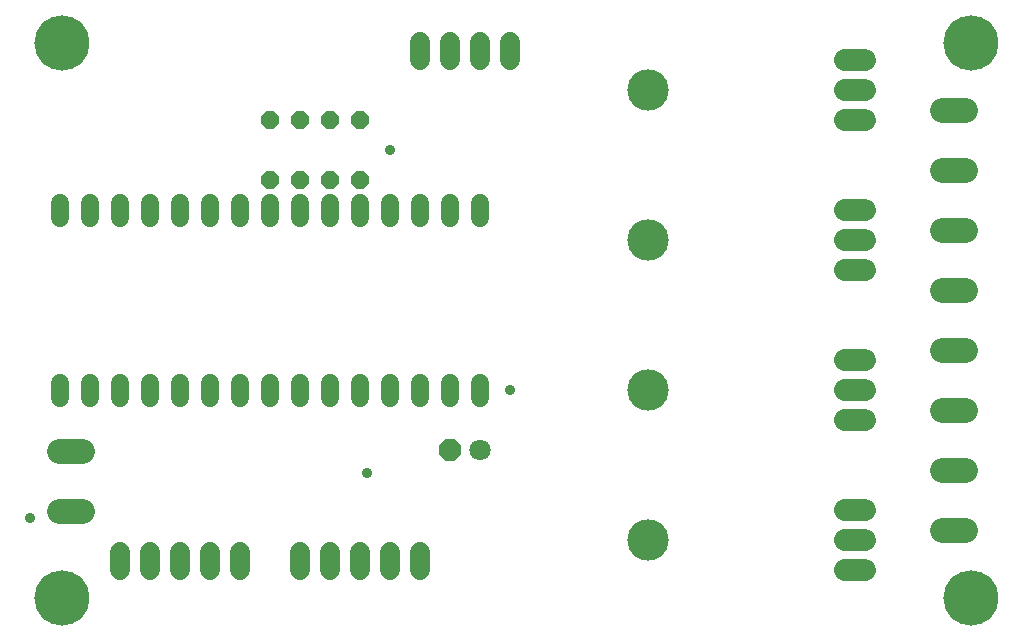
<source format=gbr>
G04 EAGLE Gerber RS-274X export*
G75*
%MOMM*%
%FSLAX34Y34*%
%LPD*%
%INSoldermask Bottom*%
%IPPOS*%
%AMOC8*
5,1,8,0,0,1.08239X$1,22.5*%
G01*
%ADD10P,1.951982X8X202.500000*%
%ADD11C,1.803400*%
%ADD12C,1.879600*%
%ADD13C,3.505200*%
%ADD14P,1.649562X8X292.500000*%
%ADD15C,1.727200*%
%ADD16C,2.133600*%
%ADD17C,1.511200*%
%ADD18C,0.909600*%
%ADD19C,4.673200*%


D10*
X368300Y165100D03*
D11*
X393700Y165100D03*
D12*
X702818Y444500D02*
X719582Y444500D01*
X719582Y469900D02*
X702818Y469900D01*
X702818Y495300D02*
X719582Y495300D01*
D13*
X535940Y469900D03*
D12*
X702818Y190500D02*
X719582Y190500D01*
X719582Y215900D02*
X702818Y215900D01*
X702818Y241300D02*
X719582Y241300D01*
D13*
X535940Y215900D03*
D12*
X702818Y317500D02*
X719582Y317500D01*
X719582Y342900D02*
X702818Y342900D01*
X702818Y368300D02*
X719582Y368300D01*
D13*
X535940Y342900D03*
D12*
X702818Y63500D02*
X719582Y63500D01*
X719582Y88900D02*
X702818Y88900D01*
X702818Y114300D02*
X719582Y114300D01*
D13*
X535940Y88900D03*
D14*
X292100Y444500D03*
X292100Y393700D03*
X266700Y444500D03*
X266700Y393700D03*
X215900Y444500D03*
X215900Y393700D03*
X241300Y444500D03*
X241300Y393700D03*
D15*
X342900Y78740D02*
X342900Y63500D01*
X317500Y63500D02*
X317500Y78740D01*
X292100Y78740D02*
X292100Y63500D01*
X266700Y63500D02*
X266700Y78740D01*
X241300Y78740D02*
X241300Y63500D01*
X190500Y63500D02*
X190500Y78740D01*
X165100Y78740D02*
X165100Y63500D01*
X139700Y63500D02*
X139700Y78740D01*
X114300Y78740D02*
X114300Y63500D01*
X88900Y63500D02*
X88900Y78740D01*
D16*
X785368Y402336D02*
X804672Y402336D01*
X804672Y453136D02*
X785368Y453136D01*
X785368Y199136D02*
X804672Y199136D01*
X804672Y249936D02*
X785368Y249936D01*
X785368Y300736D02*
X804672Y300736D01*
X804672Y351536D02*
X785368Y351536D01*
X785368Y97536D02*
X804672Y97536D01*
X804672Y148336D02*
X785368Y148336D01*
X56896Y113792D02*
X37592Y113792D01*
X37592Y164592D02*
X56896Y164592D01*
D17*
X393700Y361760D02*
X393700Y374840D01*
X368300Y374840D02*
X368300Y361760D01*
X342900Y361760D02*
X342900Y374840D01*
X317500Y374840D02*
X317500Y361760D01*
X292100Y361760D02*
X292100Y374840D01*
X266700Y374840D02*
X266700Y361760D01*
X241300Y361760D02*
X241300Y374840D01*
X215900Y374840D02*
X215900Y361760D01*
X190500Y361760D02*
X190500Y374840D01*
X165100Y374840D02*
X165100Y361760D01*
X139700Y361760D02*
X139700Y374840D01*
X114300Y374840D02*
X114300Y361760D01*
X393700Y222440D02*
X393700Y209360D01*
X368300Y209360D02*
X368300Y222440D01*
X342900Y222440D02*
X342900Y209360D01*
X190500Y209360D02*
X190500Y222440D01*
X165100Y222440D02*
X165100Y209360D01*
X139700Y209360D02*
X139700Y222440D01*
X114300Y222440D02*
X114300Y209360D01*
X38100Y209360D02*
X38100Y222440D01*
X38100Y361760D02*
X38100Y374840D01*
X63500Y374840D02*
X63500Y361760D01*
X88900Y361760D02*
X88900Y374840D01*
X63500Y222440D02*
X63500Y209360D01*
X88900Y209360D02*
X88900Y222440D01*
X317500Y222440D02*
X317500Y209360D01*
X215900Y209360D02*
X215900Y222440D01*
X241300Y222440D02*
X241300Y209360D01*
X266700Y209360D02*
X266700Y222440D01*
X292100Y222440D02*
X292100Y209360D01*
D15*
X419100Y495300D02*
X419100Y510540D01*
X393700Y510540D02*
X393700Y495300D01*
X368300Y495300D02*
X368300Y510540D01*
X342900Y510540D02*
X342900Y495300D01*
D18*
X298450Y146050D03*
X12700Y107950D03*
X419100Y215900D03*
X317500Y419100D03*
D19*
X40000Y510000D03*
X40000Y40000D03*
X810000Y40000D03*
X810000Y510000D03*
M02*

</source>
